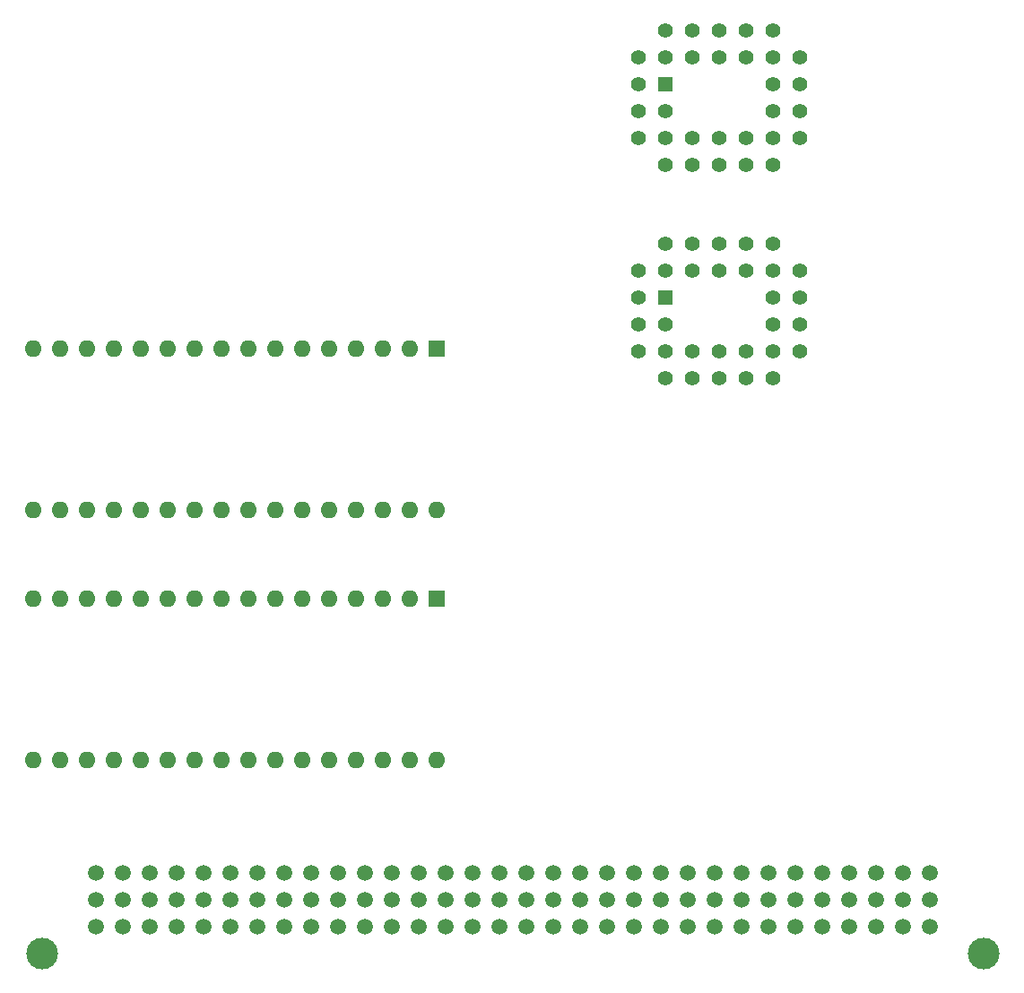
<source format=gbr>
%TF.GenerationSoftware,KiCad,Pcbnew,(6.0.7)*%
%TF.CreationDate,2023-04-14T14:37:01-06:00*%
%TF.ProjectId,mc68302-cpu-card,6d633638-3330-4322-9d63-70752d636172,rev?*%
%TF.SameCoordinates,Original*%
%TF.FileFunction,Copper,L4,Bot*%
%TF.FilePolarity,Positive*%
%FSLAX46Y46*%
G04 Gerber Fmt 4.6, Leading zero omitted, Abs format (unit mm)*
G04 Created by KiCad (PCBNEW (6.0.7)) date 2023-04-14 14:37:01*
%MOMM*%
%LPD*%
G01*
G04 APERTURE LIST*
%TA.AperFunction,ComponentPad*%
%ADD10C,1.498600*%
%TD*%
%TA.AperFunction,ComponentPad*%
%ADD11C,2.997200*%
%TD*%
%TA.AperFunction,ComponentPad*%
%ADD12R,1.600000X1.600000*%
%TD*%
%TA.AperFunction,ComponentPad*%
%ADD13O,1.600000X1.600000*%
%TD*%
%TA.AperFunction,ComponentPad*%
%ADD14R,1.422400X1.422400*%
%TD*%
%TA.AperFunction,ComponentPad*%
%ADD15C,1.422400*%
%TD*%
G04 APERTURE END LIST*
D10*
%TO.P,BUS1,1,1*%
%TO.N,unconnected-(BUS1-Pad1)*%
X89789000Y-88861900D03*
%TO.P,BUS1,2,2*%
%TO.N,unconnected-(BUS1-Pad2)*%
X92329000Y-88861900D03*
%TO.P,BUS1,3,3*%
%TO.N,unconnected-(BUS1-Pad3)*%
X94869000Y-88861900D03*
%TO.P,BUS1,4,4*%
%TO.N,unconnected-(BUS1-Pad4)*%
X97409000Y-88861900D03*
%TO.P,BUS1,5,5*%
%TO.N,unconnected-(BUS1-Pad5)*%
X99949000Y-88861900D03*
%TO.P,BUS1,6,6*%
%TO.N,unconnected-(BUS1-Pad6)*%
X102489000Y-88861900D03*
%TO.P,BUS1,7,7*%
%TO.N,unconnected-(BUS1-Pad7)*%
X105029000Y-88861900D03*
%TO.P,BUS1,8,8*%
%TO.N,unconnected-(BUS1-Pad8)*%
X107569000Y-88861900D03*
%TO.P,BUS1,9,9*%
%TO.N,unconnected-(BUS1-Pad9)*%
X110109000Y-88861900D03*
%TO.P,BUS1,10,10*%
%TO.N,unconnected-(BUS1-Pad10)*%
X112649000Y-88861900D03*
%TO.P,BUS1,11,11*%
%TO.N,unconnected-(BUS1-Pad11)*%
X115189000Y-88861900D03*
%TO.P,BUS1,12,12*%
%TO.N,unconnected-(BUS1-Pad12)*%
X117729000Y-88861900D03*
%TO.P,BUS1,13,13*%
%TO.N,unconnected-(BUS1-Pad13)*%
X120269000Y-88861900D03*
%TO.P,BUS1,14,14*%
%TO.N,unconnected-(BUS1-Pad14)*%
X122809000Y-88861900D03*
%TO.P,BUS1,15,15*%
%TO.N,unconnected-(BUS1-Pad15)*%
X125349000Y-88861900D03*
%TO.P,BUS1,16,16*%
%TO.N,unconnected-(BUS1-Pad16)*%
X127889000Y-88861900D03*
%TO.P,BUS1,17,17*%
%TO.N,unconnected-(BUS1-Pad17)*%
X130429000Y-88861900D03*
%TO.P,BUS1,18,18*%
%TO.N,unconnected-(BUS1-Pad18)*%
X132969000Y-88861900D03*
%TO.P,BUS1,19,19*%
%TO.N,unconnected-(BUS1-Pad19)*%
X135509000Y-88861900D03*
%TO.P,BUS1,20,20*%
%TO.N,unconnected-(BUS1-Pad20)*%
X138049000Y-88861900D03*
%TO.P,BUS1,21,21*%
%TO.N,unconnected-(BUS1-Pad21)*%
X140589000Y-88861900D03*
%TO.P,BUS1,22,22*%
%TO.N,unconnected-(BUS1-Pad22)*%
X143129000Y-88861900D03*
%TO.P,BUS1,23,23*%
%TO.N,unconnected-(BUS1-Pad23)*%
X145669000Y-88861900D03*
%TO.P,BUS1,24,24*%
%TO.N,unconnected-(BUS1-Pad24)*%
X148209000Y-88861900D03*
%TO.P,BUS1,25,25*%
%TO.N,unconnected-(BUS1-Pad25)*%
X150749000Y-88861900D03*
%TO.P,BUS1,26,26*%
%TO.N,unconnected-(BUS1-Pad26)*%
X153289000Y-88861900D03*
%TO.P,BUS1,27,27*%
%TO.N,unconnected-(BUS1-Pad27)*%
X155829000Y-88861900D03*
%TO.P,BUS1,28,28*%
%TO.N,unconnected-(BUS1-Pad28)*%
X158369000Y-88861900D03*
%TO.P,BUS1,29,29*%
%TO.N,unconnected-(BUS1-Pad29)*%
X160909000Y-88861900D03*
%TO.P,BUS1,30,30*%
%TO.N,unconnected-(BUS1-Pad30)*%
X163449000Y-88861900D03*
%TO.P,BUS1,31,31*%
%TO.N,unconnected-(BUS1-Pad31)*%
X165989000Y-88861900D03*
%TO.P,BUS1,32,32*%
%TO.N,unconnected-(BUS1-Pad32)*%
X168529000Y-88861900D03*
%TO.P,BUS1,33,33*%
%TO.N,unconnected-(BUS1-Pad33)*%
X89789000Y-91401900D03*
%TO.P,BUS1,34,34*%
%TO.N,unconnected-(BUS1-Pad34)*%
X92329000Y-91401900D03*
%TO.P,BUS1,35,35*%
%TO.N,unconnected-(BUS1-Pad35)*%
X94869000Y-91401900D03*
%TO.P,BUS1,36,36*%
%TO.N,unconnected-(BUS1-Pad36)*%
X97409000Y-91401900D03*
%TO.P,BUS1,37,37*%
%TO.N,unconnected-(BUS1-Pad37)*%
X99949000Y-91401900D03*
%TO.P,BUS1,38,38*%
%TO.N,unconnected-(BUS1-Pad38)*%
X102489000Y-91401900D03*
%TO.P,BUS1,39,39*%
%TO.N,unconnected-(BUS1-Pad39)*%
X105029000Y-91401900D03*
%TO.P,BUS1,40,40*%
%TO.N,unconnected-(BUS1-Pad40)*%
X107569000Y-91401900D03*
%TO.P,BUS1,41,41*%
%TO.N,unconnected-(BUS1-Pad41)*%
X110109000Y-91401900D03*
%TO.P,BUS1,42,42*%
%TO.N,unconnected-(BUS1-Pad42)*%
X112649000Y-91401900D03*
%TO.P,BUS1,43,43*%
%TO.N,unconnected-(BUS1-Pad43)*%
X115189000Y-91401900D03*
%TO.P,BUS1,44,44*%
%TO.N,unconnected-(BUS1-Pad44)*%
X117729000Y-91401900D03*
%TO.P,BUS1,45,45*%
%TO.N,unconnected-(BUS1-Pad45)*%
X120269000Y-91401900D03*
%TO.P,BUS1,46,46*%
%TO.N,unconnected-(BUS1-Pad46)*%
X122809000Y-91401900D03*
%TO.P,BUS1,47,47*%
%TO.N,unconnected-(BUS1-Pad47)*%
X125349000Y-91401900D03*
%TO.P,BUS1,48,48*%
%TO.N,unconnected-(BUS1-Pad48)*%
X127889000Y-91401900D03*
%TO.P,BUS1,49,49*%
%TO.N,unconnected-(BUS1-Pad49)*%
X130429000Y-91401900D03*
%TO.P,BUS1,50,50*%
%TO.N,unconnected-(BUS1-Pad50)*%
X132969000Y-91401900D03*
%TO.P,BUS1,51,51*%
%TO.N,unconnected-(BUS1-Pad51)*%
X135509000Y-91401900D03*
%TO.P,BUS1,52,52*%
%TO.N,unconnected-(BUS1-Pad52)*%
X138049000Y-91401900D03*
%TO.P,BUS1,53,53*%
%TO.N,unconnected-(BUS1-Pad53)*%
X140589000Y-91401900D03*
%TO.P,BUS1,54,54*%
%TO.N,unconnected-(BUS1-Pad54)*%
X143129000Y-91401900D03*
%TO.P,BUS1,55,55*%
%TO.N,unconnected-(BUS1-Pad55)*%
X145669000Y-91401900D03*
%TO.P,BUS1,56,56*%
%TO.N,unconnected-(BUS1-Pad56)*%
X148209000Y-91401900D03*
%TO.P,BUS1,57,57*%
%TO.N,unconnected-(BUS1-Pad57)*%
X150749000Y-91401900D03*
%TO.P,BUS1,58,58*%
%TO.N,unconnected-(BUS1-Pad58)*%
X153289000Y-91401900D03*
%TO.P,BUS1,59,59*%
%TO.N,unconnected-(BUS1-Pad59)*%
X155829000Y-91401900D03*
%TO.P,BUS1,60,60*%
%TO.N,unconnected-(BUS1-Pad60)*%
X158369000Y-91401900D03*
%TO.P,BUS1,61,61*%
%TO.N,unconnected-(BUS1-Pad61)*%
X160909000Y-91401900D03*
%TO.P,BUS1,62,62*%
%TO.N,unconnected-(BUS1-Pad62)*%
X163449000Y-91401900D03*
%TO.P,BUS1,63,63*%
%TO.N,unconnected-(BUS1-Pad63)*%
X165989000Y-91401900D03*
%TO.P,BUS1,64,64*%
%TO.N,unconnected-(BUS1-Pad64)*%
X168529000Y-91401900D03*
%TO.P,BUS1,65,65*%
%TO.N,unconnected-(BUS1-Pad65)*%
X89789000Y-93941900D03*
%TO.P,BUS1,66,66*%
%TO.N,unconnected-(BUS1-Pad66)*%
X92329000Y-93941900D03*
%TO.P,BUS1,67,67*%
%TO.N,unconnected-(BUS1-Pad67)*%
X94869000Y-93941900D03*
%TO.P,BUS1,68,68*%
%TO.N,unconnected-(BUS1-Pad68)*%
X97409000Y-93941900D03*
%TO.P,BUS1,69,69*%
%TO.N,unconnected-(BUS1-Pad69)*%
X99949000Y-93941900D03*
%TO.P,BUS1,70,70*%
%TO.N,unconnected-(BUS1-Pad70)*%
X102489000Y-93941900D03*
%TO.P,BUS1,71,71*%
%TO.N,unconnected-(BUS1-Pad71)*%
X105029000Y-93941900D03*
%TO.P,BUS1,72,72*%
%TO.N,unconnected-(BUS1-Pad72)*%
X107569000Y-93941900D03*
%TO.P,BUS1,73,73*%
%TO.N,unconnected-(BUS1-Pad73)*%
X110109000Y-93941900D03*
%TO.P,BUS1,74,74*%
%TO.N,unconnected-(BUS1-Pad74)*%
X112649000Y-93941900D03*
%TO.P,BUS1,75,75*%
%TO.N,unconnected-(BUS1-Pad75)*%
X115189000Y-93941900D03*
%TO.P,BUS1,76,76*%
%TO.N,unconnected-(BUS1-Pad76)*%
X117729000Y-93941900D03*
%TO.P,BUS1,77,77*%
%TO.N,unconnected-(BUS1-Pad77)*%
X120269000Y-93941900D03*
%TO.P,BUS1,78,78*%
%TO.N,unconnected-(BUS1-Pad78)*%
X122809000Y-93941900D03*
%TO.P,BUS1,79,79*%
%TO.N,unconnected-(BUS1-Pad79)*%
X125349000Y-93941900D03*
%TO.P,BUS1,80,80*%
%TO.N,unconnected-(BUS1-Pad80)*%
X127889000Y-93941900D03*
%TO.P,BUS1,81,81*%
%TO.N,unconnected-(BUS1-Pad81)*%
X130429000Y-93941900D03*
%TO.P,BUS1,82,82*%
%TO.N,unconnected-(BUS1-Pad82)*%
X132969000Y-93941900D03*
%TO.P,BUS1,83,83*%
%TO.N,unconnected-(BUS1-Pad83)*%
X135509000Y-93941900D03*
%TO.P,BUS1,84,84*%
%TO.N,unconnected-(BUS1-Pad84)*%
X138049000Y-93941900D03*
%TO.P,BUS1,85,85*%
%TO.N,unconnected-(BUS1-Pad85)*%
X140589000Y-93941900D03*
%TO.P,BUS1,86,86*%
%TO.N,unconnected-(BUS1-Pad86)*%
X143129000Y-93941900D03*
%TO.P,BUS1,87,87*%
%TO.N,unconnected-(BUS1-Pad87)*%
X145669000Y-93941900D03*
%TO.P,BUS1,88,88*%
%TO.N,unconnected-(BUS1-Pad88)*%
X148209000Y-93941900D03*
%TO.P,BUS1,89,89*%
%TO.N,unconnected-(BUS1-Pad89)*%
X150749000Y-93941900D03*
%TO.P,BUS1,90,90*%
%TO.N,unconnected-(BUS1-Pad90)*%
X153289000Y-93941900D03*
%TO.P,BUS1,91,91*%
%TO.N,unconnected-(BUS1-Pad91)*%
X155829000Y-93941900D03*
%TO.P,BUS1,92,92*%
%TO.N,unconnected-(BUS1-Pad92)*%
X158369000Y-93941900D03*
%TO.P,BUS1,93,93*%
%TO.N,unconnected-(BUS1-Pad93)*%
X160909000Y-93941900D03*
%TO.P,BUS1,94,94*%
%TO.N,unconnected-(BUS1-Pad94)*%
X163449000Y-93941900D03*
%TO.P,BUS1,95,95*%
%TO.N,unconnected-(BUS1-Pad95)*%
X165989000Y-93941900D03*
%TO.P,BUS1,96,96*%
%TO.N,unconnected-(BUS1-Pad96)*%
X168529000Y-93941900D03*
D11*
%TO.P,BUS1,97*%
%TO.N,N/C*%
X84709000Y-96481900D03*
%TO.P,BUS1,98*%
X173609000Y-96481900D03*
%TD*%
D12*
%TO.P,U8,1,NC*%
%TO.N,unconnected-(U8-Pad1)*%
X121920000Y-62992000D03*
D13*
%TO.P,U8,2,A16*%
%TO.N,/A17*%
X119380000Y-62992000D03*
%TO.P,U8,3,A14*%
%TO.N,/A15*%
X116840000Y-62992000D03*
%TO.P,U8,4,A12*%
%TO.N,/A13*%
X114300000Y-62992000D03*
%TO.P,U8,5,A7*%
%TO.N,/A8*%
X111760000Y-62992000D03*
%TO.P,U8,6,A6*%
%TO.N,/A7*%
X109220000Y-62992000D03*
%TO.P,U8,7,A5*%
%TO.N,/A6*%
X106680000Y-62992000D03*
%TO.P,U8,8,A4*%
%TO.N,/A5*%
X104140000Y-62992000D03*
%TO.P,U8,9,A3*%
%TO.N,/A4*%
X101600000Y-62992000D03*
%TO.P,U8,10,A2*%
%TO.N,/A3*%
X99060000Y-62992000D03*
%TO.P,U8,11,A1*%
%TO.N,/A2*%
X96520000Y-62992000D03*
%TO.P,U8,12,A0*%
%TO.N,/A1*%
X93980000Y-62992000D03*
%TO.P,U8,13,DQ0*%
%TO.N,/D0*%
X91440000Y-62992000D03*
%TO.P,U8,14,DQ1*%
%TO.N,/D1*%
X88900000Y-62992000D03*
%TO.P,U8,15,DQ2*%
%TO.N,/D2*%
X86360000Y-62992000D03*
%TO.P,U8,16,VSS*%
%TO.N,GND*%
X83820000Y-62992000D03*
%TO.P,U8,17,DQ3*%
%TO.N,/D3*%
X83820000Y-78232000D03*
%TO.P,U8,18,DQ4*%
%TO.N,/D4*%
X86360000Y-78232000D03*
%TO.P,U8,19,DQ5*%
%TO.N,/D5*%
X88900000Y-78232000D03*
%TO.P,U8,20,DQ6*%
%TO.N,/D6*%
X91440000Y-78232000D03*
%TO.P,U8,21,DQ7*%
%TO.N,/D7*%
X93980000Y-78232000D03*
%TO.P,U8,22,\u002ACE*%
%TO.N,/~{CS1}*%
X96520000Y-78232000D03*
%TO.P,U8,23,A10*%
%TO.N,/A11*%
X99060000Y-78232000D03*
%TO.P,U8,24,\u002AOE*%
%TO.N,/~{SRAM_LDS_RD}*%
X101600000Y-78232000D03*
%TO.P,U8,25,A11*%
%TO.N,/A12*%
X104140000Y-78232000D03*
%TO.P,U8,26,A9*%
%TO.N,/A10*%
X106680000Y-78232000D03*
%TO.P,U8,27,A8*%
%TO.N,/A9*%
X109220000Y-78232000D03*
%TO.P,U8,28,A13*%
%TO.N,/A14*%
X111760000Y-78232000D03*
%TO.P,U8,29,\u002AWE*%
%TO.N,/~{SRAM_LDS_WR}*%
X114300000Y-78232000D03*
%TO.P,U8,30,CE2*%
%TO.N,Net-(R15-Pad2)*%
X116840000Y-78232000D03*
%TO.P,U8,31,A15*%
%TO.N,/A16*%
X119380000Y-78232000D03*
%TO.P,U8,32,VCC*%
%TO.N,VCC*%
X121920000Y-78232000D03*
%TD*%
%TO.P,U9,32,VCC*%
%TO.N,VCC*%
X121920000Y-54610000D03*
%TO.P,U9,31,A15*%
%TO.N,/A16*%
X119380000Y-54610000D03*
%TO.P,U9,30,CE2*%
%TO.N,Net-(R17-Pad2)*%
X116840000Y-54610000D03*
%TO.P,U9,29,\u002AWE*%
%TO.N,/~{SRAM_UDS_WR}*%
X114300000Y-54610000D03*
%TO.P,U9,28,A13*%
%TO.N,/A14*%
X111760000Y-54610000D03*
%TO.P,U9,27,A8*%
%TO.N,/A9*%
X109220000Y-54610000D03*
%TO.P,U9,26,A9*%
%TO.N,/A10*%
X106680000Y-54610000D03*
%TO.P,U9,25,A11*%
%TO.N,/A12*%
X104140000Y-54610000D03*
%TO.P,U9,24,\u002AOE*%
%TO.N,/~{SRAM_UDS_RD}*%
X101600000Y-54610000D03*
%TO.P,U9,23,A10*%
%TO.N,/A11*%
X99060000Y-54610000D03*
%TO.P,U9,22,\u002ACE*%
%TO.N,/~{CS1}*%
X96520000Y-54610000D03*
%TO.P,U9,21,DQ7*%
%TO.N,/D15*%
X93980000Y-54610000D03*
%TO.P,U9,20,DQ6*%
%TO.N,/D14*%
X91440000Y-54610000D03*
%TO.P,U9,19,DQ5*%
%TO.N,/D13*%
X88900000Y-54610000D03*
%TO.P,U9,18,DQ4*%
%TO.N,/D12*%
X86360000Y-54610000D03*
%TO.P,U9,17,DQ3*%
%TO.N,/D11*%
X83820000Y-54610000D03*
%TO.P,U9,16,VSS*%
%TO.N,GND*%
X83820000Y-39370000D03*
%TO.P,U9,15,DQ2*%
%TO.N,/D10*%
X86360000Y-39370000D03*
%TO.P,U9,14,DQ1*%
%TO.N,/D9*%
X88900000Y-39370000D03*
%TO.P,U9,13,DQ0*%
%TO.N,/D8*%
X91440000Y-39370000D03*
%TO.P,U9,12,A0*%
%TO.N,/A1*%
X93980000Y-39370000D03*
%TO.P,U9,11,A1*%
%TO.N,/A2*%
X96520000Y-39370000D03*
%TO.P,U9,10,A2*%
%TO.N,/A3*%
X99060000Y-39370000D03*
%TO.P,U9,9,A3*%
%TO.N,/A4*%
X101600000Y-39370000D03*
%TO.P,U9,8,A4*%
%TO.N,/A5*%
X104140000Y-39370000D03*
%TO.P,U9,7,A5*%
%TO.N,/A6*%
X106680000Y-39370000D03*
%TO.P,U9,6,A6*%
%TO.N,/A7*%
X109220000Y-39370000D03*
%TO.P,U9,5,A7*%
%TO.N,/A8*%
X111760000Y-39370000D03*
%TO.P,U9,4,A12*%
%TO.N,/A13*%
X114300000Y-39370000D03*
%TO.P,U9,3,A14*%
%TO.N,/A15*%
X116840000Y-39370000D03*
%TO.P,U9,2,A16*%
%TO.N,/A17*%
X119380000Y-39370000D03*
D12*
%TO.P,U9,1,NC*%
%TO.N,unconnected-(U9-Pad1)*%
X121920000Y-39370000D03*
%TD*%
D14*
%TO.P,U5,1,DC*%
%TO.N,unconnected-(U5-Pad1)*%
X143533200Y-34511800D03*
D15*
%TO.P,U5,2,NC*%
%TO.N,unconnected-(U5-Pad2)*%
X140993200Y-37051800D03*
%TO.P,U5,3,A12*%
%TO.N,/A13*%
X143533200Y-37051800D03*
%TO.P,U5,4,A7*%
%TO.N,/A8*%
X140993200Y-39591800D03*
%TO.P,U5,5,A6*%
%TO.N,/A7*%
X143533200Y-42131800D03*
%TO.P,U5,6,A5*%
%TO.N,/A6*%
X143533200Y-39591800D03*
%TO.P,U5,7,A4*%
%TO.N,/A5*%
X146073200Y-42131800D03*
%TO.P,U5,8,A3*%
%TO.N,/A4*%
X146073200Y-39591800D03*
%TO.P,U5,9,A2*%
%TO.N,/A3*%
X148613200Y-42131800D03*
%TO.P,U5,10,A1*%
%TO.N,/A2*%
X148613200Y-39591800D03*
%TO.P,U5,11,A0*%
%TO.N,/A1*%
X151153200Y-42131800D03*
%TO.P,U5,12,NC*%
%TO.N,unconnected-(U5-Pad12)*%
X151153200Y-39591800D03*
%TO.P,U5,13,I/O0*%
%TO.N,/D8*%
X153693200Y-42131800D03*
%TO.P,U5,14,I/O1*%
%TO.N,/D9*%
X156233200Y-39591800D03*
%TO.P,U5,15,I/O2*%
%TO.N,/D10*%
X153693200Y-39591800D03*
%TO.P,U5,16,GND*%
%TO.N,GND*%
X156233200Y-37051800D03*
%TO.P,U5,17,DC*%
%TO.N,unconnected-(U5-Pad17)*%
X153693200Y-37051800D03*
%TO.P,U5,18,I/O3*%
%TO.N,/D11*%
X156233200Y-34511800D03*
%TO.P,U5,19,I/O4*%
%TO.N,/D12*%
X153693200Y-34511800D03*
%TO.P,U5,20,I/O5*%
%TO.N,/D13*%
X156233200Y-31971800D03*
%TO.P,U5,21,I/O6*%
%TO.N,/D14*%
X153693200Y-29431800D03*
%TO.P,U5,22,I/O7*%
%TO.N,/D15*%
X153693200Y-31971800D03*
%TO.P,U5,23,\u002ACE*%
%TO.N,/~{CS0}*%
X151153200Y-29431800D03*
%TO.P,U5,24,A10*%
%TO.N,/A11*%
X151153200Y-31971800D03*
%TO.P,U5,25,\u002AOE*%
%TO.N,/~{UDS}*%
X148613200Y-29431800D03*
%TO.P,U5,26,NC*%
%TO.N,unconnected-(U5-Pad26)*%
X148613200Y-31971800D03*
%TO.P,U5,27,A11*%
%TO.N,/A12*%
X146073200Y-29431800D03*
%TO.P,U5,28,A9*%
%TO.N,/A10*%
X146073200Y-31971800D03*
%TO.P,U5,29,A8*%
%TO.N,/A9*%
X143533200Y-29431800D03*
%TO.P,U5,30,NC*%
%TO.N,unconnected-(U5-Pad30)*%
X140993200Y-31971800D03*
%TO.P,U5,31,\u002AWE*%
%TO.N,Net-(U5-Pad31)*%
X143533200Y-31971800D03*
%TO.P,U5,32,VCC*%
%TO.N,VCC*%
X140993200Y-34511800D03*
%TD*%
D14*
%TO.P,U4,1,DC*%
%TO.N,unconnected-(U4-Pad1)*%
X143533200Y-14401800D03*
D15*
%TO.P,U4,2,NC*%
%TO.N,unconnected-(U4-Pad2)*%
X140993200Y-16941800D03*
%TO.P,U4,3,A12*%
%TO.N,/A13*%
X143533200Y-16941800D03*
%TO.P,U4,4,A7*%
%TO.N,/A8*%
X140993200Y-19481800D03*
%TO.P,U4,5,A6*%
%TO.N,/A7*%
X143533200Y-22021800D03*
%TO.P,U4,6,A5*%
%TO.N,/A6*%
X143533200Y-19481800D03*
%TO.P,U4,7,A4*%
%TO.N,/A5*%
X146073200Y-22021800D03*
%TO.P,U4,8,A3*%
%TO.N,/A4*%
X146073200Y-19481800D03*
%TO.P,U4,9,A2*%
%TO.N,/A3*%
X148613200Y-22021800D03*
%TO.P,U4,10,A1*%
%TO.N,/A2*%
X148613200Y-19481800D03*
%TO.P,U4,11,A0*%
%TO.N,/A1*%
X151153200Y-22021800D03*
%TO.P,U4,12,NC*%
%TO.N,unconnected-(U4-Pad12)*%
X151153200Y-19481800D03*
%TO.P,U4,13,I/O0*%
%TO.N,/D0*%
X153693200Y-22021800D03*
%TO.P,U4,14,I/O1*%
%TO.N,/D1*%
X156233200Y-19481800D03*
%TO.P,U4,15,I/O2*%
%TO.N,/D2*%
X153693200Y-19481800D03*
%TO.P,U4,16,GND*%
%TO.N,GND*%
X156233200Y-16941800D03*
%TO.P,U4,17,DC*%
%TO.N,unconnected-(U4-Pad17)*%
X153693200Y-16941800D03*
%TO.P,U4,18,I/O3*%
%TO.N,/D3*%
X156233200Y-14401800D03*
%TO.P,U4,19,I/O4*%
%TO.N,/D4*%
X153693200Y-14401800D03*
%TO.P,U4,20,I/O5*%
%TO.N,/D5*%
X156233200Y-11861800D03*
%TO.P,U4,21,I/O6*%
%TO.N,/D6*%
X153693200Y-9321800D03*
%TO.P,U4,22,I/O7*%
%TO.N,/D7*%
X153693200Y-11861800D03*
%TO.P,U4,23,\u002ACE*%
%TO.N,/~{CS0}*%
X151153200Y-9321800D03*
%TO.P,U4,24,A10*%
%TO.N,/A11*%
X151153200Y-11861800D03*
%TO.P,U4,25,\u002AOE*%
%TO.N,/~{LDS}*%
X148613200Y-9321800D03*
%TO.P,U4,26,NC*%
%TO.N,unconnected-(U4-Pad26)*%
X148613200Y-11861800D03*
%TO.P,U4,27,A11*%
%TO.N,/A12*%
X146073200Y-9321800D03*
%TO.P,U4,28,A9*%
%TO.N,/A10*%
X146073200Y-11861800D03*
%TO.P,U4,29,A8*%
%TO.N,/A9*%
X143533200Y-9321800D03*
%TO.P,U4,30,NC*%
%TO.N,unconnected-(U4-Pad30)*%
X140993200Y-11861800D03*
%TO.P,U4,31,\u002AWE*%
%TO.N,Net-(U4-Pad31)*%
X143533200Y-11861800D03*
%TO.P,U4,32,VCC*%
%TO.N,VCC*%
X140993200Y-14401800D03*
%TD*%
M02*

</source>
